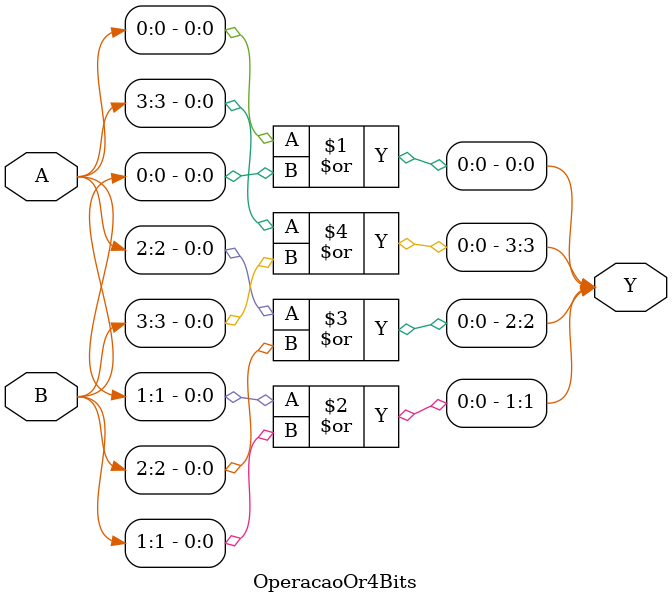
<source format=v>
module OperacaoOr4Bits(
    input [3:0] A,
    input [3:0] B,
    output [3:0] Y
);
	 or Or0(Y[0], A[0], B[0]);
    or Or1(Y[1], A[1], B[1]);
    or Or2(Y[2], A[2], B[2]);
    or Or3(Y[3], A[3], B[3]);
endmodule
</source>
